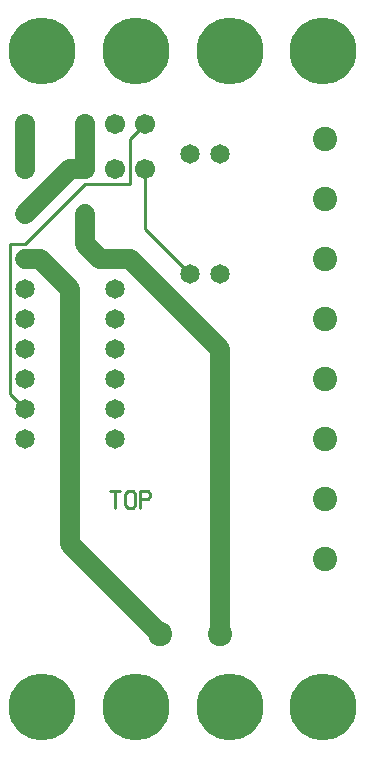
<source format=gtl>
%MOIN*%
%FSLAX25Y25*%
G04 D10 used for Character Trace; *
G04     Circle (OD=.01000) (No hole)*
G04 D11 used for Power Trace; *
G04     Circle (OD=.06700) (No hole)*
G04 D12 used for Signal Trace; *
G04     Circle (OD=.01100) (No hole)*
G04 D13 used for Via; *
G04     Circle (OD=.05800) (Round. Hole ID=.02800)*
G04 D14 used for Component hole; *
G04     Circle (OD=.06500) (Round. Hole ID=.03500)*
G04 D15 used for Component hole; *
G04     Circle (OD=.06700) (Round. Hole ID=.04300)*
G04 D16 used for Component hole; *
G04     Circle (OD=.08100) (Round. Hole ID=.05100)*
G04 D17 used for Component hole; *
G04     Circle (OD=.08900) (Round. Hole ID=.05900)*
G04 D18 used for Component hole; *
G04     Circle (OD=.11300) (Round. Hole ID=.08300)*
G04 D19 used for Component hole; *
G04     Circle (OD=.16000) (Round. Hole ID=.13000)*
G04 D20 used for Component hole; *
G04     Circle (OD=.18300) (Round. Hole ID=.15300)*
G04 D21 used for Component hole; *
G04     Circle (OD=.22291) (Round. Hole ID=.19291)*
%ADD10C,.01000*%
%ADD11C,.06700*%
%ADD12C,.01100*%
%ADD13C,.05800*%
%ADD14C,.06500*%
%ADD15C,.06700*%
%ADD16C,.08100*%
%ADD17C,.08900*%
%ADD18C,.11300*%
%ADD19C,.16000*%
%ADD20C,.18300*%
%ADD21C,.22291*%
%IPPOS*%
%LPD*%
G90*X0Y0D02*D21*X15625Y15625D03*X46875D03*D16*    
X55000Y40000D03*D11*X25000Y70000D01*Y155000D01*   
X15000Y165000D01*X10000D01*D14*D03*D12*           
X5000Y120000D02*Y170000D01*X10000Y115000D02*      
X5000Y120000D01*D14*X10000Y115000D03*Y125000D03*  
Y105000D03*Y135000D03*D10*X40000Y82129D02*        
Y87871D01*X38326D02*X41674D01*X46674Y83086D02*    
X45837Y82129D01*X44163D01*X43326Y83086D01*        
Y86914D01*X44163Y87871D01*X45837D01*              
X46674Y86914D01*Y83086D01*X48326Y82129D02*        
Y87871D01*X50837D01*X51674Y86914D01*Y85957D01*    
X50837Y85000D01*X48326D01*D14*X40000Y145000D03*   
Y105000D03*Y115000D03*X10000Y145000D03*           
X40000Y125000D03*Y135000D03*Y155000D03*X10000D03* 
D11*X75000Y135000D02*X45000Y165000D01*            
X75000Y40000D02*Y135000D01*D16*Y40000D03*D21*     
X78125Y15625D03*X109375D03*D16*X110000Y65000D03*  
Y85000D03*Y105000D03*Y125000D03*Y145000D03*D14*   
X75000Y160000D03*X65000D03*D12*X50000Y175000D01*  
Y195000D01*D15*D03*D12*X30000Y190000D02*X45000D01*
X10000Y170000D02*X30000Y190000D01*X5000Y170000D02*
X10000D01*D14*Y180000D03*D11*X25000Y195000D01*    
X30000D01*D15*D03*D11*Y210000D01*D15*D03*         
X40000D03*D12*X45000Y190000D02*Y205000D01*D15*    
X40000Y195000D03*D12*X45000Y205000D02*            
X50000Y210000D01*D15*D03*D14*X65000Y200000D03*    
X75000D03*D21*X46875Y234375D03*D14*               
X30000Y180000D03*D11*Y170000D01*X35000Y165000D01* 
X40000D01*D14*D03*D11*X45000D01*D15*              
X10000Y195000D03*D11*Y210000D01*D15*D03*D21*      
X15625Y234375D03*X78125D03*D16*X110000Y165000D03* 
Y185000D03*Y205000D03*D21*X109375Y234375D03*M02*  

</source>
